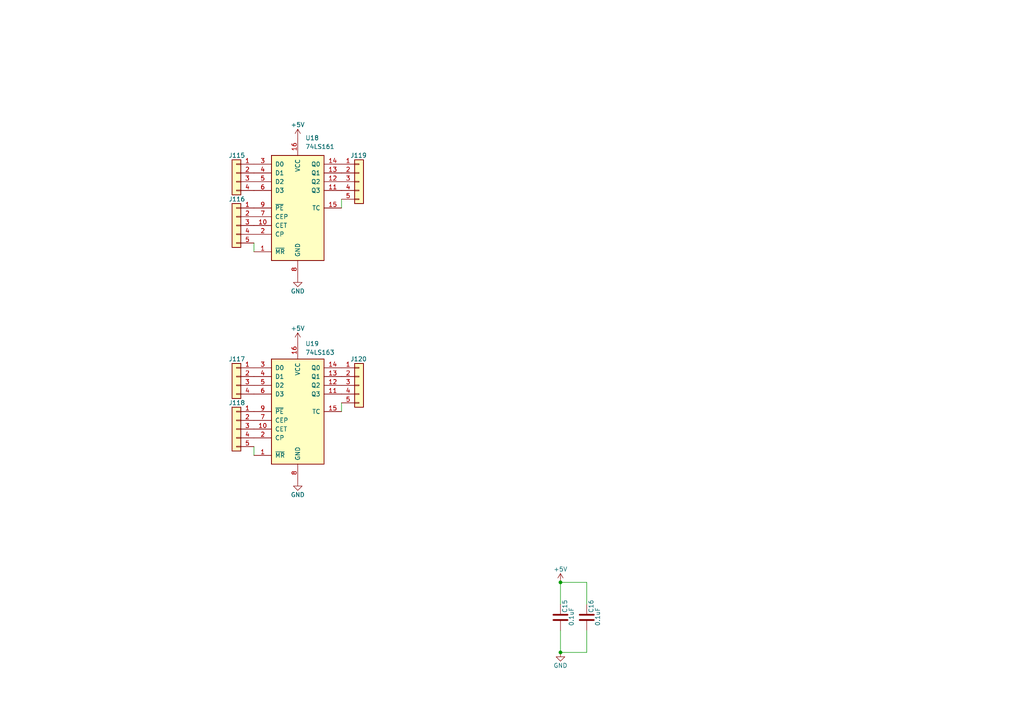
<source format=kicad_sch>
(kicad_sch (version 20231120) (generator "eeschema") (generator_version "8.0")
  (paper "A4")
  (lib_symbols
    (symbol "74xx:74LS161" (pin_names (offset 1.016))
      (property "Reference" "U" (at -7.62 16.51 0))
      (property "Value" "74LS161" (at -7.62 -16.51 0))
      (symbol "74LS161_1_0"
        (pin input line (at -12.7 -12.7 0) (length 5.08) (name "~{MR}") (number "1"))
        (pin input line (at -12.7 -5.08 0) (length 5.08) (name "CET") (number "10"))
        (pin output line (at 12.7 5.08 180) (length 5.08) (name "Q3") (number "11"))
        (pin output line (at 12.7 7.62 180) (length 5.08) (name "Q2") (number "12"))
        (pin output line (at 12.7 10.16 180) (length 5.08) (name "Q1") (number "13"))
        (pin output line (at 12.7 12.7 180) (length 5.08) (name "Q0") (number "14"))
        (pin output line (at 12.7 0 180) (length 5.08) (name "TC") (number "15"))
        (pin power_in line (at 0 20.32 270) (length 5.08) (name "VCC") (number "16"))
        (pin input line (at -12.7 -7.62 0) (length 5.08) (name "CP") (number "2"))
        (pin input line (at -12.7 12.7 0) (length 5.08) (name "D0") (number "3"))
        (pin input line (at -12.7 10.16 0) (length 5.08) (name "D1") (number "4"))
        (pin input line (at -12.7 7.62 0) (length 5.08) (name "D2") (number "5"))
        (pin input line (at -12.7 5.08 0) (length 5.08) (name "D3") (number "6"))
        (pin input line (at -12.7 -2.54 0) (length 5.08) (name "CEP") (number "7"))
        (pin power_in line (at 0 -20.32 90) (length 5.08) (name "GND") (number "8"))
        (pin input line (at -12.7 0 0) (length 5.08) (name "~{PE}") (number "9"))
      )
      (symbol "74LS161_1_1"
        (rectangle (start -7.62 15.24) (end 7.62 -15.24) (stroke (width 0.254)) (fill (type background)))
      )
    )
    (symbol "74xx:74LS163" (pin_names (offset 1.016))
      (property "Reference" "U" (at -7.62 16.51 0))
      (property "Value" "74LS163" (at -7.62 -16.51 0))
      (symbol "74LS163_1_0"
        (pin input line (at -12.7 -12.7 0) (length 5.08) (name "~{MR}") (number "1"))
        (pin input line (at -12.7 -5.08 0) (length 5.08) (name "CET") (number "10"))
        (pin output line (at 12.7 5.08 180) (length 5.08) (name "Q3") (number "11"))
        (pin output line (at 12.7 7.62 180) (length 5.08) (name "Q2") (number "12"))
        (pin output line (at 12.7 10.16 180) (length 5.08) (name "Q1") (number "13"))
        (pin output line (at 12.7 12.7 180) (length 5.08) (name "Q0") (number "14"))
        (pin output line (at 12.7 0 180) (length 5.08) (name "TC") (number "15"))
        (pin power_in line (at 0 20.32 270) (length 5.08) (name "VCC") (number "16"))
        (pin input line (at -12.7 -7.62 0) (length 5.08) (name "CP") (number "2"))
        (pin input line (at -12.7 12.7 0) (length 5.08) (name "D0") (number "3"))
        (pin input line (at -12.7 10.16 0) (length 5.08) (name "D1") (number "4"))
        (pin input line (at -12.7 7.62 0) (length 5.08) (name "D2") (number "5"))
        (pin input line (at -12.7 5.08 0) (length 5.08) (name "D3") (number "6"))
        (pin input line (at -12.7 -2.54 0) (length 5.08) (name "CEP") (number "7"))
        (pin power_in line (at 0 -20.32 90) (length 5.08) (name "GND") (number "8"))
        (pin input line (at -12.7 0 0) (length 5.08) (name "~{PE}") (number "9"))
      )
      (symbol "74LS163_1_1"
        (rectangle (start -7.62 15.24) (end 7.62 -15.24) (stroke (width 0.254)) (fill (type background)))
      )
    )
    (symbol "Connector_Generic:Conn_01x04" (pin_names (offset 1.016) hide)
      (property "Reference" "J" (at 0 5.08 0))
      (property "Value" "Conn_01x04" (at 0 -7.62 0))
      (symbol "Conn_01x04_1_1"
        (rectangle (start -1.27 -4.953) (end 0 -5.207) (stroke (width 0.1524)))
        (rectangle (start -1.27 -2.413) (end 0 -2.667) (stroke (width 0.1524)))
        (rectangle (start -1.27 0.127) (end 0 -0.127) (stroke (width 0.1524)))
        (rectangle (start -1.27 2.667) (end 0 2.413) (stroke (width 0.1524)))
        (rectangle (start -1.27 3.81) (end 1.27 -6.35) (stroke (width 0.254)) (fill (type background)))
        (pin passive line (at -5.08 2.54 0) (length 3.81) (name "Pin_1") (number "1"))
        (pin passive line (at -5.08 0 0) (length 3.81) (name "Pin_2") (number "2"))
        (pin passive line (at -5.08 -2.54 0) (length 3.81) (name "Pin_3") (number "3"))
        (pin passive line (at -5.08 -5.08 0) (length 3.81) (name "Pin_4") (number "4"))
      )
    )
    (symbol "Connector_Generic:Conn_01x05" (pin_names (offset 1.016) hide)
      (property "Reference" "J" (at 0 7.62 0))
      (property "Value" "Conn_01x05" (at 0 -7.62 0))
      (symbol "Conn_01x05_1_1"
        (rectangle (start -1.27 -4.953) (end 0 -5.207) (stroke (width 0.1524)))
        (rectangle (start -1.27 -2.413) (end 0 -2.667) (stroke (width 0.1524)))
        (rectangle (start -1.27 0.127) (end 0 -0.127) (stroke (width 0.1524)))
        (rectangle (start -1.27 2.667) (end 0 2.413) (stroke (width 0.1524)))
        (rectangle (start -1.27 5.207) (end 0 4.953) (stroke (width 0.1524)))
        (rectangle (start -1.27 6.35) (end 1.27 -6.35) (stroke (width 0.254)) (fill (type background)))
        (pin passive line (at -5.08 5.08 0) (length 3.81) (name "Pin_1") (number "1"))
        (pin passive line (at -5.08 2.54 0) (length 3.81) (name "Pin_2") (number "2"))
        (pin passive line (at -5.08 0 0) (length 3.81) (name "Pin_3") (number "3"))
        (pin passive line (at -5.08 -2.54 0) (length 3.81) (name "Pin_4") (number "4"))
        (pin passive line (at -5.08 -5.08 0) (length 3.81) (name "Pin_5") (number "5"))
      )
    )
    (symbol "Device:C" (pin_numbers hide) (pin_names (offset 0.254))
      (property "Reference" "C" (at 0.635 2.54 0))
      (property "Value" "C" (at 0.635 -2.54 0))
      (symbol "C_0_1"
        (polyline (pts (xy -2.032 -0.762) (xy 2.032 -0.762)) (stroke (width 0.508)))
        (polyline (pts (xy -2.032 0.762) (xy 2.032 0.762)) (stroke (width 0.508)))
      )
      (symbol "C_1_1"
        (pin passive line (at 0 3.81 270) (length 2.794) (name "~") (number "1"))
        (pin passive line (at 0 -3.81 90) (length 2.794) (name "~") (number "2"))
      )
    )
    (symbol "power:+5V" (power) (pin_names (offset 0))
      (property "Value" "+5V" (at 0 3.556 0))
      (symbol "+5V_0_1"
        (polyline (pts (xy -0.762 1.27) (xy 0 2.54)))
        (polyline (pts (xy 0 0) (xy 0 2.54)))
        (polyline (pts (xy 0 2.54) (xy 0.762 1.27)))
      )
      (symbol "+5V_1_1"
        (pin power_in line (at 0 0 90) (length 0) hide (name "+5V") (number "1"))
      )
    )
    (symbol "power:GND" (power) (pin_names (offset 0))
      (property "Value" "GND" (at 0 -3.81 0))
      (symbol "GND_0_1"
        (polyline (pts (xy 0 0) (xy 0 -1.27) (xy 1.27 -1.27) (xy 0 -2.54) (xy -1.27 -1.27) (xy 0 -1.27)))
      )
      (symbol "GND_1_1"
        (pin power_in line (at 0 0 270) (length 0) hide (name "GND") (number "1"))
      )
    )
  )
  (junction (at 162.56 168.91))
  (junction (at 162.56 189.23))
  (wire (pts (xy 99.06 116.84) (xy 99.06 119.38)))
  (wire (pts (xy 170.18 175.26) (xy 170.18 168.91)))
  (wire (pts (xy 73.66 70.485) (xy 73.66 73.025)))
  (wire (pts (xy 162.56 175.26) (xy 162.56 168.91)))
  (wire (pts (xy 162.56 168.91) (xy 170.18 168.91)))
  (wire (pts (xy 99.06 57.785) (xy 99.06 60.325)))
  (wire (pts (xy 170.18 182.88) (xy 170.18 189.23)))
  (wire (pts (xy 73.66 129.54) (xy 73.66 132.08)))
  (wire (pts (xy 162.56 189.23) (xy 170.18 189.23)))
  (wire (pts (xy 162.56 182.88) (xy 162.56 189.23)))
  (symbol (lib_id "power:+5V") (at 86.36 99.06 0) (unit 1)
    (property "Reference" "#PWR023" (effects (hide yes)))
    (property "Value" "+5V" (at 86.36 95.25 0))
  )
  (symbol (lib_id "74xx:74LS163") (at 86.36 119.38 0) (unit 1)
    (property "Reference" "U19" (at 88.5541 99.695 0) (effects (justify left)))
    (property "Value" "74LS163" (at 88.5541 102.235 0) (effects (justify left)))
    (property "Footprint" "Package_SO:SOIC-16_3.9x9.9mm_P1.27mm" (effects (hide yes)))
    (property "Datasheet" "http://www.ti.com/lit/gpn/sn74LS163" (effects (hide yes)))
  )
  (symbol (lib_id "Connector_Generic:Conn_01x04") (at 68.58 109.22 0) (mirror y) (unit 1)
    (property "Reference" "J117" (at 71.12 104.14 0) (effects (justify left)))
    (property "Value" "Conn_01x04" (effects (hide yes)))
    (property "Footprint" "Connector_PinSocket_2.54mm:PinSocket_1x04_P2.54mm_Vertical" (effects (hide yes)))
  )
  (symbol (lib_id "power:GND") (at 86.36 80.645 0) (unit 1)
    (property "Reference" "#PWR022" (effects (hide yes)))
    (property "Value" "GND" (at 86.36 84.455 0))
  )
  (symbol (lib_id "74xx:74LS161") (at 86.36 60.325 0) (unit 1)
    (property "Reference" "U18" (at 88.5541 40.005 0) (effects (justify left)))
    (property "Value" "74LS161" (at 88.5541 42.545 0) (effects (justify left)))
    (property "Footprint" "Package_SO:SOIC-16_3.9x9.9mm_P1.27mm" (effects (hide yes)))
    (property "Datasheet" "http://www.ti.com/lit/gpn/sn74LS161" (effects (hide yes)))
  )
  (symbol (lib_id "power:+5V") (at 86.36 40.005 0) (unit 1)
    (property "Reference" "#PWR021" (effects (hide yes)))
    (property "Value" "+5V" (at 86.36 36.195 0))
  )
  (symbol (lib_id "Connector_Generic:Conn_01x05") (at 104.14 52.705 0) (unit 1)
    (property "Reference" "J119" (at 101.6 45.085 0) (effects (justify left)))
    (property "Value" "Conn_01x05" (effects (hide yes)))
    (property "Footprint" "Connector_PinSocket_2.54mm:PinSocket_1x05_P2.54mm_Vertical" (effects (hide yes)))
  )
  (symbol (lib_id "Connector_Generic:Conn_01x05") (at 68.58 65.405 0) (mirror y) (unit 1)
    (property "Reference" "J116" (at 71.12 57.785 0) (effects (justify left)))
    (property "Value" "Conn_01x05" (effects (hide yes)))
    (property "Footprint" "Connector_PinSocket_2.54mm:PinSocket_1x05_P2.54mm_Vertical" (effects (hide yes)))
  )
  (symbol (lib_id "Connector_Generic:Conn_01x04") (at 68.58 50.165 0) (mirror y) (unit 1)
    (property "Reference" "J115" (at 71.12 45.085 0) (effects (justify left)))
    (property "Value" "Conn_01x04" (effects (hide yes)))
    (property "Footprint" "Connector_PinSocket_2.54mm:PinSocket_1x04_P2.54mm_Vertical" (effects (hide yes)))
  )
  (symbol (lib_id "Device:C") (at 170.18 179.07 0) (unit 1)
    (property "Reference" "C16" (at 171.45 177.8 90) (effects (justify left)))
    (property "Value" "0.1uF" (at 173.355 181.61 90) (effects (justify left)))
    (property "Footprint" "Capacitor_SMD:C_0805_2012Metric_Pad1.18x1.45mm_HandSolder" (effects (hide yes)))
  )
  (symbol (lib_id "power:+5V") (at 162.56 168.91 0) (unit 1)
    (property "Reference" "#PWR025" (effects (hide yes)))
    (property "Value" "+5V" (at 162.56 165.1 0))
  )
  (symbol (lib_id "Connector_Generic:Conn_01x05") (at 68.58 124.46 0) (mirror y) (unit 1)
    (property "Reference" "J118" (at 71.12 116.84 0) (effects (justify left)))
    (property "Value" "Conn_01x05" (effects (hide yes)))
    (property "Footprint" "Connector_PinSocket_2.54mm:PinSocket_1x05_P2.54mm_Vertical" (effects (hide yes)))
  )
  (symbol (lib_id "power:GND") (at 162.56 189.23 0) (unit 1)
    (property "Reference" "#PWR026" (effects (hide yes)))
    (property "Value" "GND" (at 162.56 193.04 0))
  )
  (symbol (lib_id "Device:C") (at 162.56 179.07 0) (unit 1)
    (property "Reference" "C15" (at 163.83 177.8 90) (effects (justify left)))
    (property "Value" "0.1uF" (at 165.735 181.61 90) (effects (justify left)))
    (property "Footprint" "Capacitor_SMD:C_0805_2012Metric_Pad1.18x1.45mm_HandSolder" (effects (hide yes)))
  )
  (symbol (lib_id "power:GND") (at 86.36 139.7 0) (unit 1)
    (property "Reference" "#PWR024" (effects (hide yes)))
    (property "Value" "GND" (at 86.36 143.51 0))
  )
  (symbol (lib_id "Connector_Generic:Conn_01x05") (at 104.14 111.76 0) (unit 1)
    (property "Reference" "J120" (at 101.6 104.14 0) (effects (justify left)))
    (property "Value" "Conn_01x05" (effects (hide yes)))
    (property "Footprint" "Connector_PinSocket_2.54mm:PinSocket_1x05_P2.54mm_Vertical" (effects (hide yes)))
  )
)
</source>
